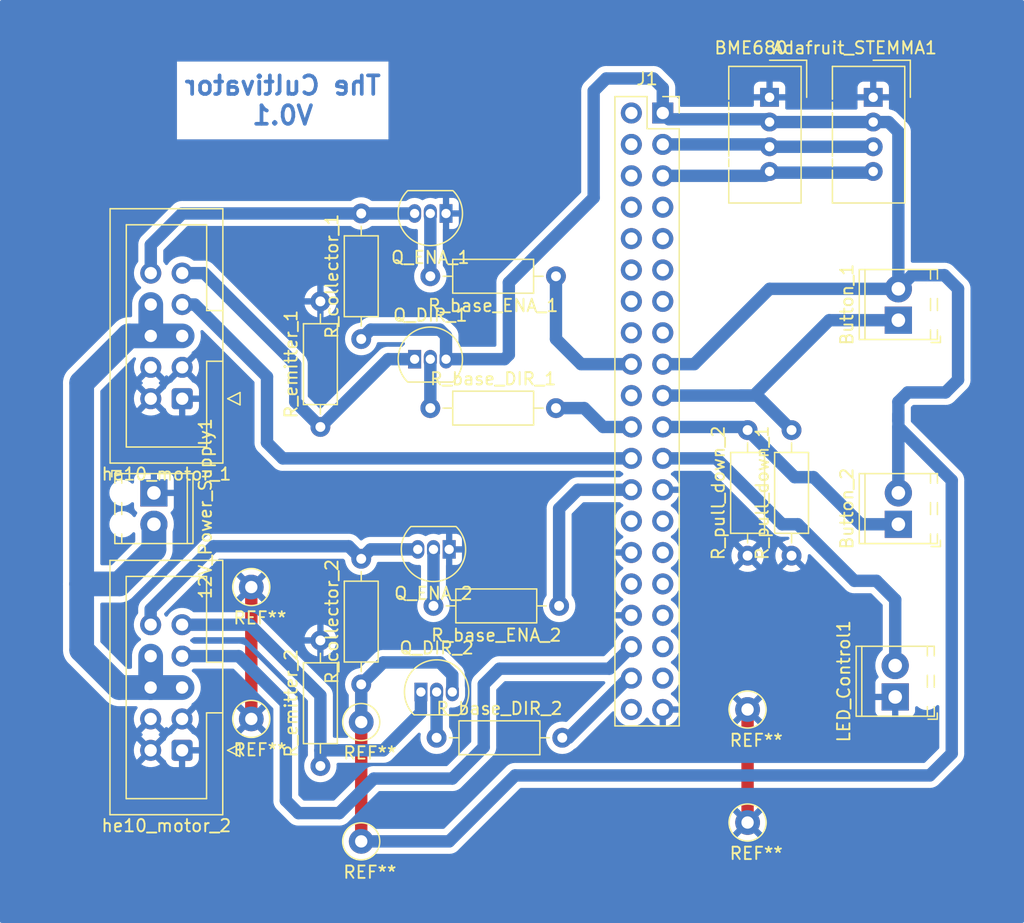
<source format=kicad_pcb>
(kicad_pcb (version 20211014) (generator pcbnew)
  (layers (0 "F.Cu" signal) (31 "B.Cu" signal) (34 "B.Paste" user) (35 "F.Paste" user) (36 "B.SilkS" user "B.Silkscreen") (37 "F.SilkS" user "F.Silkscreen") (38 "B.Mask" user) (39 "F.Mask" user) (44 "Edge.Cuts" user))
  (net 0 "")
  (net 1 "Net-(Button_1-Pad1)")
  (net 2 "Net-(Button_2-Pad1)")
  (net 7 "Net-(J1-Pad23)")
  (net 12 "GND")
  (net 13 "Net-(J1-Pad18)")
  (net 14 "Net-(J1-Pad22)")
  (net 23 "Net-(Q_DIR_1-Pad2)")
  (net 24 "Net-(Q_DIR_2-Pad2)")
  (net 25 "Net-(Q_ENA_2-Pad2)")
  (net 26 "Net-(J1-Pad26)")
  (net 27 "Net-(J1-Pad38)")
  (net 35 "Net-(Q_ENA_1-Pad2)")
  (net 36 "+12V")
  (net 37 "+3V3")
  (net 38 "Net-(Adafruit_STEMMA1-Pad3)")
  (net 39 "Net-(Adafruit_STEMMA1-Pad4)")
  (net 40 "/Pin_Pull_1")
  (net 41 "/Out_Dir_1")
  (net 42 "/Out_Ena_1")
  (net 43 "/Out_Ena_2")
  (net 44 "/Out_Dir_2")
  (net 45 "/Pin_Pull_2")
  (footprint "Connector_IDC:IDC-Header_2x05_P2.54mm_Vertical" (layer "F.Cu") (at 75.6825 120.142 180)
    (fp_text reference "he10_motor_2" (at 1.27 -6.1) (layer "F.SilkS"))
    (fp_text value "Conn_02x05_Counter_Clockwise")
    (fp_line (start -3.68 0) (end -4.68 -0.5) (layer "F.SilkS") (width 0.12))
    (fp_line (start -3.29 -5.21) (end 5.83 -5.21) (layer "F.SilkS") (width 0.12))
    (fp_line (start -4.68 0.5) (end -3.68 0) (layer "F.SilkS") (width 0.12))
    (fp_line (start -4.68 -0.5) (end -4.68 0.5) (layer "F.SilkS") (width 0.12))
    (fp_line (start -3.29 3.03) (end -1.98 3.03) (layer "F.SilkS") (width 0.12))
    (fp_line (start -1.98 7.13) (end -1.98 7.13) (layer "F.SilkS") (width 0.12))
    (fp_line (start -1.98 14.07) (end -1.98 7.13) (layer "F.SilkS") (width 0.12))
    (fp_line (start -1.98 3.03) (end -1.98 -3.91) (layer "F.SilkS") (width 0.12))
    (fp_line (start 4.52 -3.91) (end 4.52 14.07) (layer "F.SilkS") (width 0.12))
    (fp_line (start 5.83 -5.21) (end 5.83 15.37) (layer "F.SilkS") (width 0.12))
    (fp_line (start -1.98 7.13) (end -3.29 7.13) (layer "F.SilkS") (width 0.12))
    (fp_line (start -1.98 -3.91) (end 4.52 -3.91) (layer "F.SilkS") (width 0.12))
    (fp_line (start 5.83 15.37) (end -3.29 15.37) (layer "F.SilkS") (width 0.12))
    (fp_line (start -3.29 15.37) (end -3.29 -5.21) (layer "F.SilkS") (width 0.12))
    (fp_line (start 4.52 14.07) (end -1.98 14.07) (layer "F.SilkS") (width 0.12))
    (pad "1" thru_hole roundrect (at 0 0 180) (size 1.7 1.7) (drill 1) (layers *.Cu *.Mask) (roundrect_rratio 0.147059) (net 12 "GND"))
    (pad "2" thru_hole circle (at 2.54 0 180) (size 1.7 1.7) (drill 1) (layers *.Cu *.Mask) (net 12 "GND"))
    (pad "3" thru_hole circle (at 0 2.54 180) (size 1.7 1.7) (drill 1) (layers *.Cu *.Mask) (net 12 "GND"))
    (pad "4" thru_hole circle (at 2.54 2.54 180) (size 1.7 1.7) (drill 1) (layers *.Cu *.Mask) (net 12 "GND"))
    (pad "5" thru_hole circle (at 0 5.08 180) (size 1.7 1.7) (drill 1) (layers *.Cu *.Mask) (net 36 "+12V"))
    (pad "6" thru_hole circle (at 2.54 5.08 180) (size 1.7 1.7) (drill 1) (layers *.Cu *.Mask) (net 36 "+12V"))
    (pad "7" thru_hole circle (at 0 7.62 180) (size 1.7 1.7) (drill 1) (layers *.Cu *.Mask) (net 45 "/Pin_Pull_2"))
    (pad "8" thru_hole circle (at 2.54 7.62 180) (size 1.7 1.7) (drill 1) (layers *.Cu *.Mask) (net 36 "+12V"))
    (pad "9" thru_hole circle (at 0 10.16 180) (size 1.7 1.7) (drill 1) (layers *.Cu *.Mask) (net 44 "/Out_Dir_2"))
    (pad "10" thru_hole circle (at 2.54 10.16 180) (size 1.7 1.7) (drill 1) (layers *.Cu *.Mask) (net 43 "/Out_Ena_2"))
  )
  (footprint "Package_TO_SOT_THT:TO-92_Inline" (layer "F.Cu") (at 97.028 76.708 180)
    (fp_text reference "Q_ENA_1" (at 1.27 -3.56) (layer "F.SilkS"))
    (fp_text value "PN2222A")
    (fp_line (start -0.53 1.85) (end 3.07 1.85) (layer "F.SilkS") (width 0.12))
    (fp_arc (start -0.568478 1.838478) (mid -1.132087 -0.994977) (end 1.27 -2.6) (layer "F.SilkS") (width 0.12))
    (fp_arc (start 1.27 -2.6) (mid 3.672087 -0.994977) (end 3.108478 1.838478) (layer "F.SilkS") (width 0.12))
    (pad "1" thru_hole rect (at 0 0 180) (size 1.05 1.5) (drill 0.75) (layers *.Cu *.Mask) (net 12 "GND"))
    (pad "2" thru_hole oval (at 1.27 0 180) (size 1.05 1.5) (drill 0.75) (layers *.Cu *.Mask) (net 35 "Net-(Q_ENA_1-Pad2)"))
    (pad "3" thru_hole oval (at 2.54 0 180) (size 1.05 1.5) (drill 0.75) (layers *.Cu *.Mask) (net 42 "/Out_Ena_1"))
  )
  (footprint "Package_TO_SOT_THT:TO-92_Inline" (layer "F.Cu") (at 94.488 88.498)
    (fp_text reference "Q_DIR_1" (at 1.27 -3.56) (layer "F.SilkS"))
    (fp_text value "PN2222A")
    (fp_line (start -0.53 1.85) (end 3.07 1.85) (layer "F.SilkS") (width 0.12))
    (fp_arc (start 1.27 -2.6) (mid 3.672087 -0.994977) (end 3.108478 1.838478) (layer "F.SilkS") (width 0.12))
    (fp_arc (start -0.568478 1.838478) (mid -1.132087 -0.994977) (end 1.27 -2.6) (layer "F.SilkS") (width 0.12))
    (pad "1" thru_hole rect (at 0 0) (size 1.05 1.5) (drill 0.75) (layers *.Cu *.Mask) (net 41 "/Out_Dir_1"))
    (pad "2" thru_hole oval (at 1.27 0) (size 1.05 1.5) (drill 0.75) (layers *.Cu *.Mask) (net 23 "Net-(Q_DIR_1-Pad2)"))
    (pad "3" thru_hole oval (at 2.54 0) (size 1.05 1.5) (drill 0.75) (layers *.Cu *.Mask) (net 37 "+3V3"))
  )
  (footprint "Connector_IDC:IDC-Header_2x05_P2.54mm_Vertical" (layer "F.Cu") (at 75.692 91.694 180)
    (fp_text reference "he10_motor_1" (at 1.27 -6.1) (layer "F.SilkS"))
    (fp_text value "Conn_02x05_Counter_Clockwise")
    (fp_line (start -1.98 3.03) (end -1.98 -3.91) (layer "F.SilkS") (width 0.12))
    (fp_line (start 4.52 -3.91) (end 4.52 14.07) (layer "F.SilkS") (width 0.12))
    (fp_line (start 4.52 14.07) (end -1.98 14.07) (layer "F.SilkS") (width 0.12))
    (fp_line (start -1.98 7.13) (end -3.29 7.13) (layer "F.SilkS") (width 0.12))
    (fp_line (start -4.68 0.5) (end -3.68 0) (layer "F.SilkS") (width 0.12))
    (fp_line (start -1.98 -3.91) (end 4.52 -3.91) (layer "F.SilkS") (width 0.12))
    (fp_line (start -4.68 -0.5) (end -4.68 0.5) (layer "F.SilkS") (width 0.12))
    (fp_line (start -3.29 15.37) (end -3.29 -5.21) (layer "F.SilkS") (width 0.12))
    (fp_line (start -1.98 14.07) (end -1.98 7.13) (layer "F.SilkS") (width 0.12))
    (fp_line (start -3.68 0) (end -4.68 -0.5) (layer "F.SilkS") (width 0.12))
    (fp_line (start 5.83 15.37) (end -3.29 15.37) (layer "F.SilkS") (width 0.12))
    (fp_line (start 5.83 -5.21) (end 5.83 15.37) (layer "F.SilkS") (width 0.12))
    (fp_line (start -3.29 -5.21) (end 5.83 -5.21) (layer "F.SilkS") (width 0.12))
    (fp_line (start -1.98 7.13) (end -1.98 7.13) (layer "F.SilkS") (width 0.12))
    (fp_line (start -3.29 3.03) (end -1.98 3.03) (layer "F.SilkS") (width 0.12))
    (pad "1" thru_hole roundrect (at 0 0 180) (size 1.7 1.7) (drill 1) (layers *.Cu *.Mask) (roundrect_rratio 0.147059) (net 12 "GND"))
    (pad "2" thru_hole circle (at 2.54 0 180) (size 1.7 1.7) (drill 1) (layers *.Cu *.Mask) (net 12 "GND"))
    (pad "3" thru_hole circle (at 0 2.54 180) (size 1.7 1.7) (drill 1) (layers *.Cu *.Mask) (net 12 "GND"))
    (pad "4" thru_hole circle (at 2.54 2.54 180) (size 1.7 1.7) (drill 1) (layers *.Cu *.Mask) (net 12 "GND"))
    (pad "5" thru_hole circle (at 0 5.08 180) (size 1.7 1.7) (drill 1) (layers *.Cu *.Mask) (net 36 "+12V"))
    (pad "6" thru_hole circle (at 2.54 5.08 180) (size 1.7 1.7) (drill 1) (layers *.Cu *.Mask) (net 36 "+12V"))
    (pad "7" thru_hole circle (at 0 7.62 180) (size 1.7 1.7) (drill 1) (layers *.Cu *.Mask) (net 40 "/Pin_Pull_1"))
    (pad "8" thru_hole circle (at 2.54 7.62 180) (size 1.7 1.7) (drill 1) (layers *.Cu *.Mask) (net 36 "+12V"))
    (pad "9" thru_hole circle (at 0 10.16 180) (size 1.7 1.7) (drill 1) (layers *.Cu *.Mask) (net 41 "/Out_Dir_1"))
    (pad "10" thru_hole circle (at 2.54 10.16 180) (size 1.7 1.7) (drill 1) (layers *.Cu *.Mask) (net 42 "/Out_Ena_1"))
  )
  (footprint "Resistor_THT:R_Axial_DIN0207_L6.3mm_D2.5mm_P10.16mm_Horizontal" (layer "F.Cu") (at 95.758 92.456)
    (fp_text reference "R_base_DIR_1" (at 5.08 -2.37) (layer "F.SilkS"))
    (fp_text value "10k")
    (fp_line (start 8.35 1.37) (end 8.35 -1.37) (layer "F.SilkS") (width 0.12))
    (fp_line (start 1.81 1.37) (end 8.35 1.37) (layer "F.SilkS") (width 0.12))
    (fp_line (start 9.12 0) (end 8.35 0) (layer "F.SilkS") (width 0.12))
    (fp_line (start 8.35 -1.37) (end 1.81 -1.37) (layer "F.SilkS") (width 0.12))
    (fp_line (start 1.81 -1.37) (end 1.81 1.37) (layer "F.SilkS") (width 0.12))
    (fp_line (start 1.04 0) (end 1.81 0) (layer "F.SilkS") (width 0.12))
    (pad "1" thru_hole circle (at 0 0) (size 1.6 1.6) (drill 0.8) (layers *.Cu *.Mask) (net 23 "Net-(Q_DIR_1-Pad2)"))
    (pad "2" thru_hole oval (at 10.16 0) (size 1.6 1.6) (drill 0.8) (layers *.Cu *.Mask) (net 14 "Net-(J1-Pad22)"))
  )
  (footprint "Connector:NS-Tech_Grove_1x04_P2mm_Vertical" (layer "F.Cu") (at 123.19 67.31)
    (fp_text reference "BME680" (at -1.5 -4) (layer "F.SilkS"))
    (fp_text value "Conn_01x04")
    (fp_line (start -3.3 5.9) (end -3.3 8.55) (layer "F.SilkS") (width 0.12))
    (fp_line (start -3.3 1.25) (end -3.3 4.75) (layer "F.SilkS") (width 0.12))
    (fp_line (start -3.3 -2.5) (end 2.55 -2.5) (layer "F.SilkS") (width 0.12))
    (fp_line (start -3.3 8.55) (end 2.55 8.55) (layer "F.SilkS") (width 0.12))
    (fp_line (start 2.55 -2.5) (end 2.55 8.55) (layer "F.SilkS") (width 0.12))
    (fp_line (start -3.3 -2.5) (end -3.3 0.15) (layer "F.SilkS") (width 0.12))
    (fp_line (start -3.3 0.4) (end -3.3 1) (layer "F.SilkS") (width 0.12))
    (fp_line (start -3.3 5) (end -3.3 5.6) (layer "F.SilkS") (width 0.12))
    (fp_line (start 0 -3) (end 3 -3) (layer "F.SilkS") (width 0.12))
    (fp_line (start 3 -3) (end 3 0) (layer "F.SilkS") (width 0.12))
    (pad "1" thru_hole rect (at 0 0) (size 1.524 1.524) (drill 0.762) (layers *.Cu *.Mask) (net 12 "GND"))
    (pad "2" thru_hole circle (at 0 2) (size 1.524 1.524) (drill 0.762) (layers *.Cu *.Mask) (net 37 "+3V3"))
    (pad "3" thru_hole circle (at 0 4) (size 1.524 1.524) (drill 0.762) (layers *.Cu *.Mask) (net 38 "Net-(Adafruit_STEMMA1-Pad3)"))
    (pad "4" thru_hole circle (at 0 6) (size 1.524 1.524) (drill 0.762) (layers *.Cu *.Mask) (net 39 "Net-(Adafruit_STEMMA1-Pad4)"))
  )
  (footprint "Package_TO_SOT_THT:TO-92_Inline" (layer "F.Cu") (at 94.996 115.422)
    (fp_text reference "Q_DIR_2" (at 1.27 -3.56) (layer "F.SilkS"))
    (fp_text value "PN2222A")
    (fp_line (start -0.53 1.85) (end 3.07 1.85) (layer "F.SilkS") (width 0.12))
    (fp_arc (start 1.27 -2.6) (mid 3.672087 -0.994977) (end 3.108478 1.838478) (layer "F.SilkS") (width 0.12))
    (fp_arc (start -0.568478 1.838478) (mid -1.132087 -0.994977) (end 1.27 -2.6) (layer "F.SilkS") (width 0.12))
    (pad "1" thru_hole rect (at 0 0) (size 1.05 1.5) (drill 0.75) (layers *.Cu *.Mask) (net 44 "/Out_Dir_2"))
    (pad "2" thru_hole oval (at 1.27 0) (size 1.05 1.5) (drill 0.75) (layers *.Cu *.Mask) (net 24 "Net-(Q_DIR_2-Pad2)"))
    (pad "3" thru_hole oval (at 2.54 0) (size 1.05 1.5) (drill 0.75) (layers *.Cu *.Mask) (net 37 "+3V3"))
  )
  (footprint "TestPoint:TestPoint_Loop_D2.50mm_Drill1.0mm" (layer "F.Cu") (at 81.28 106.934)
    (fp_text reference "REF**" (at 0.7 2.5) (layer "F.SilkS"))
    (fp_text value "TestPoint_Loop_D2.50mm_Drill1.0mm")
    (fp_circle (center 0 0) (end 1.5 0) (layer "F.SilkS") (width 0.12) (fill none))
    (pad "1" thru_hole circle (at 0 0) (size 2 2) (drill 1) (layers *.Cu *.Mask) (net 12 "GND"))
  )
  (footprint "Resistor_THT:R_Axial_DIN0207_L6.3mm_D2.5mm_P10.16mm_Horizontal" (layer "F.Cu") (at 124.968 104.394 90)
    (fp_text reference "R_pull_down_1" (at 5.08 -2.37 90) (layer "F.SilkS"))
    (fp_text value "2k")
    (fp_line (start 1.81 1.37) (end 8.35 1.37) (layer "F.SilkS") (width 0.12))
    (fp_line (start 8.35 1.37) (end 8.35 -1.37) (layer "F.SilkS") (width 0.12))
    (fp_line (start 8.35 -1.37) (end 1.81 -1.37) (layer "F.SilkS") (width 0.12))
    (fp_line (start 1.04 0) (end 1.81 0) (layer "F.SilkS") (width 0.12))
    (fp_line (start 9.12 0) (end 8.35 0) (layer "F.SilkS") (width 0.12))
    (fp_line (start 1.81 -1.37) (end 1.81 1.37) (layer "F.SilkS") (width 0.12))
    (pad "1" thru_hole circle (at 0 0 90) (size 1.6 1.6) (drill 0.8) (layers *.Cu *.Mask) (net 12 "GND"))
    (pad "2" thru_hole oval (at 10.16 0 90) (size 1.6 1.6) (drill 0.8) (layers *.Cu *.Mask) (net 1 "Net-(Button_1-Pad1)"))
  )
  (footprint "TestPoint:TestPoint_Loop_D2.50mm_Drill1.0mm" (layer "F.Cu") (at 81.28 117.602)
    (fp_text reference "REF**" (at 0.7 2.5) (layer "F.SilkS"))
    (fp_text value "TestPoint_Loop_D2.50mm_Drill1.0mm")
    (fp_circle (center 0 0) (end 1.5 0) (layer "F.SilkS") (width 0.12) (fill none))
    (pad "1" thru_hole circle (at 0 0) (size 2 2) (drill 1) (layers *.Cu *.Mask) (net 12 "GND"))
  )
  (footprint "Package_TO_SOT_THT:TO-92_Inline" (layer "F.Cu") (at 97.282 103.886 180)
    (fp_text reference "Q_ENA_2" (at 1.27 -3.56) (layer "F.SilkS"))
    (fp_text value "PN2222A")
    (fp_line (start -0.53 1.85) (end 3.07 1.85) (layer "F.SilkS") (width 0.12))
    (fp_arc (start -0.568478 1.838478) (mid -1.132087 -0.994977) (end 1.27 -2.6) (layer "F.SilkS") (width 0.12))
    (fp_arc (start 1.27 -2.6) (mid 3.672087 -0.994977) (end 3.108478 1.838478) (layer "F.SilkS") (width 0.12))
    (pad "1" thru_hole rect (at 0 0 180) (size 1.05 1.5) (drill 0.75) (layers *.Cu *.Mask) (net 12 "GND"))
    (pad "2" thru_hole oval (at 1.27 0 180) (size 1.05 1.5) (drill 0.75) (layers *.Cu *.Mask) (net 25 "Net-(Q_ENA_2-Pad2)"))
    (pad "3" thru_hole oval (at 2.54 0 180) (size 1.05 1.5) (drill 0.75) (layers *.Cu *.Mask) (net 43 "/Out_Ena_2"))
  )
  (footprint "TestPoint:TestPoint_Loop_D2.50mm_Drill1.0mm" (layer "F.Cu") (at 121.412 116.84)
    (fp_text reference "REF**" (at 0.7 2.5) (layer "F.SilkS"))
    (fp_text value "TestPoint_Loop_D2.50mm_Drill1.0mm")
    (fp_circle (center 0 0) (end 1.5 0) (layer "F.SilkS") (width 0.12) (fill none))
    (pad "1" thru_hole circle (at 0 0) (size 2 2) (drill 1) (layers *.Cu *.Mask) (net 12 "GND"))
  )
  (footprint "TestPoint:TestPoint_Loop_D2.50mm_Drill1.0mm" (layer "F.Cu") (at 90.17 117.856)
    (fp_text reference "REF**" (at 0.7 2.5) (layer "F.SilkS"))
    (fp_text value "TestPoint_Loop_D2.50mm_Drill1.0mm")
    (fp_circle (center 0 0) (end 1.5 0) (layer "F.SilkS") (width 0.12) (fill none))
    (pad "1" thru_hole circle (at 0 0) (size 2 2) (drill 1) (layers *.Cu *.Mask) (net 37 "+3V3"))
  )
  (footprint "TerminalBlock_Phoenix:TerminalBlock_Phoenix_MPT-0,5-2-2.54_1x02_P2.54mm_Horizontal" (layer "F.Cu") (at 73.406 99.314 -90)
    (fp_text reference "12V_Power_Supply1" (at 1.27 -4.16 90) (layer "F.SilkS"))
    (fp_text value "Screw_Terminal_01x02")
    (fp_line (start -1.56 -3.16) (end -1.56 3.16) (layer "F.SilkS") (width 0.12))
    (fp_line (start -1.8 3.4) (end -1.3 3.4) (layer "F.SilkS") (width 0.12))
    (fp_line (start 3.33 2.6) (end 4.1 2.6) (layer "F.SilkS") (width 0.12))
    (fp_line (start -1.56 -2.7) (end 4.1 -2.7) (layer "F.SilkS") (width 0.12))
    (fp_line (start -1.56 2.6) (end -0.79 2.6) (layer "F.SilkS") (width 0.12))
    (fp_line (start 0.79 3.16) (end 1.75 3.16) (layer "F.SilkS") (width 0.12))
    (fp_line (start 4.1 -3.16) (end 4.1 3.16) (layer "F.SilkS") (width 0.12))
    (fp_line (start -1.8 2.66) (end -1.8 3.4) (layer "F.SilkS") (width 0.12))
    (fp_line (start -1.56 3.16) (end -0.79 3.16) (layer "F.SilkS") (width 0.12))
    (fp_line (start 0.79 2.6) (end 1.75 2.6) (layer "F.SilkS") (width 0.12))
    (fp_line (start 3.33 3.16) (end 4.1 3.16) (layer "F.SilkS") (width 0.12))
    (fp_line (start -1.56 -3.16) (end 4.1 -3.16) (layer "F.SilkS") (width 0.12))
    (pad "" np_thru_hole circle (at 0 2.54 270) (size 1.1 1.1) (drill 1.1) (layers *.Cu *.Mask))
    (pad "" np_thru_hole circle (at 2.54 2.54 270) (size 1.1 1.1) (drill 1.1) (layers *.Cu *.Mask))
    (pad "1" thru_hole rect (at 0 0 270) (size 2.2 2.2) (drill 1.1) (layers *.Cu *.Mask) (net 12 "GND"))
    (pad "2" thru_hole circle (at 2.54 0 270) (size 2.2 2.2) (drill 1.1) (layers *.Cu *.Mask) (net 36 "+12V"))
  )
  (footprint "TerminalBlock_Phoenix:TerminalBlock_Phoenix_MPT-0,5-2-2.54_1x02_P2.54mm_Horizontal" (layer "F.Cu") (at 133.604 101.854 90)
    (fp_text reference "Button_2" (at 1.27 -4.16 90) (layer "F.SilkS"))
    (fp_text value "Screw_Terminal_01x02")
    (fp_line (start -1.56 -3.16) (end -1.56 3.16) (layer "F.SilkS") (width 0.12))
    (fp_line (start -1.56 3.16) (end -0.79 3.16) (layer "F.SilkS") (width 0.12))
    (fp_line (start -1.56 -3.16) (end 4.1 -3.16) (layer "F.SilkS") (width 0.12))
    (fp_line (start 0.79 3.16) (end 1.75 3.16) (layer "F.SilkS") (width 0.12))
    (fp_line (start -1.56 -2.7) (end 4.1 -2.7) (layer "F.SilkS") (width 0.12))
    (fp_line (start 3.33 3.16) (end 4.1 3.16) (layer "F.SilkS") (width 0.12))
    (fp_line (start 0.79 2.6) (end 1.75 2.6) (layer "F.SilkS") (width 0.12))
    (fp_line (start -1.8 3.4) (end -1.3 3.4) (layer "F.SilkS") (width 0.12))
    (fp_line (start -1.56 2.6) (end -0.79 2.6) (layer "F.SilkS") (width 0.12))
    (fp_line (start 3.33 2.6) (end 4.1 2.6) (layer "F.SilkS") (width 0.12))
    (fp_line (start -1.8 2.66) (end -1.8 3.4) (layer "F.SilkS") (width 0.12))
    (fp_line (start 4.1 -3.16) (end 4.1 3.16) (layer "F.SilkS") (width 0.12))
    (pad "" np_thru_hole circle (at 2.54 2.54 90) (size 1.1 1.1) (drill 1.1) (layers *.Cu *.Mask))
    (pad "" np_thru_hole circle (at 0 2.54 90) (size 1.1 1.1) (drill 1.1) (layers *.Cu *.Mask))
    (pad "1" thru_hole rect (at 0 0 90) (size 2.2 2.2) (drill 1.1) (layers *.Cu *.Mask) (net 2 "Net-(Button_2-Pad1)"))
    (pad "2" thru_hole circle (at 2.54 0 90) (size 2.2 2.2) (drill 1.1) (layers *.Cu *.Mask) (net 37 "+3V3"))
  )
  (footprint "Resistor_THT:R_Axial_DIN0207_L6.3mm_D2.5mm_P10.16mm_Horizontal" (layer "F.Cu") (at 96.266 119.126)
    (fp_text reference "R_base_DIR_2" (at 5.08 -2.37) (layer "F.SilkS"))
    (fp_text value "10k")
    (fp_line (start 8.35 1.37) (end 8.35 -1.37) (layer "F.SilkS") (width 0.12))
    (fp_line (start 1.81 -1.37) (end 1.81 1.37) (layer "F.SilkS") (width 0.12))
    (fp_line (start 9.12 0) (end 8.35 0) (layer "F.SilkS") (width 0.12))
    (fp_line (start 8.35 -1.37) (end 1.81 -1.37) (layer "F.SilkS") (width 0.12))
    (fp_line (start 1.81 1.37) (end 8.35 1.37) (layer "F.SilkS") (width 0.12))
    (fp_line (start 1.04 0) (end 1.81 0) (layer "F.SilkS") (width 0.12))
    (pad "1" thru_hole circle (at 0 0) (size 1.6 1.6) (drill 0.8) (layers *.Cu *.Mask) (net 24 "Net-(Q_DIR_2-Pad2)"))
    (pad "2" thru_hole oval (at 10.16 0) (size 1.6 1.6) (drill 0.8) (layers *.Cu *.Mask) (net 27 "Net-(J1-Pad38)"))
  )
  (footprint "TestPoint:TestPoint_Loop_D2.50mm_Drill1.0mm" (layer "F.Cu") (at 121.412 125.984)
    (fp_text reference "REF**" (at 0.7 2.5) (layer "F.SilkS"))
    (fp_text value "TestPoint_Loop_D2.50mm_Drill1.0mm")
    (fp_circle (center 0 0) (end 1.5 0) (layer "F.SilkS") (width 0.12) (fill none))
    (pad "1" thru_hole circle (at 0 0) (size 2 2) (drill 1) (layers *.Cu *.Mask) (net 12 "GND"))
  )
  (footprint "TerminalBlock_Phoenix:TerminalBlock_Phoenix_MPT-0,5-2-2.54_1x02_P2.54mm_Horizontal" (layer "F.Cu") (at 133.604 85.344 90)
    (fp_text reference "Button_1" (at 1.27 -4.16 90) (layer "F.SilkS"))
    (fp_text value "Screw_Terminal_01x02")
    (fp_line (start -1.56 2.6) (end -0.79 2.6) (layer "F.SilkS") (width 0.12))
    (fp_line (start 4.1 -3.16) (end 4.1 3.16) (layer "F.SilkS") (width 0.12))
    (fp_line (start 3.33 2.6) (end 4.1 2.6) (layer "F.SilkS") (width 0.12))
    (fp_line (start -1.8 3.4) (end -1.3 3.4) (layer "F.SilkS") (width 0.12))
    (fp_line (start -1.8 2.66) (end -1.8 3.4) (layer "F.SilkS") (width 0.12))
    (fp_line (start 0.79 2.6) (end 1.75 2.6) (layer "F.SilkS") (width 0.12))
    (fp_line (start -1.56 -3.16) (end -1.56 3.16) (layer "F.SilkS") (width 0.12))
    (fp_line (start 3.33 3.16) (end 4.1 3.16) (layer "F.SilkS") (width 0.12))
    (fp_line (start -1.56 -2.7) (end 4.1 -2.7) (layer "F.SilkS") (width 0.12))
    (fp_line (start -1.56 3.16) (end -0.79 3.16) (layer "F.SilkS") (width 0.12))
    (fp_line (start -1.56 -3.16) (end 4.1 -3.16) (layer "F.SilkS") (width 0.12))
    (fp_line (start 0.79 3.16) (end 1.75 3.16) (layer "F.SilkS") (width 0.12))
    (pad "" np_thru_hole circle (at 2.54 2.54 90) (size 1.1 1.1) (drill 1.1) (layers *.Cu *.Mask))
    (pad "" np_thru_hole circle (at 0 2.54 90) (size 1.1 1.1) (drill 1.1) (layers *.Cu *.Mask))
    (pad "1" thru_hole rect (at 0 0 90) (size 2.2 2.2) (drill 1.1) (layers *.Cu *.Mask) (net 1 "Net-(Button_1-Pad1)"))
    (pad "2" thru_hole circle (at 2.54 0 90) (size 2.2 2.2) (drill 1.1) (layers *.Cu *.Mask) (net 37 "+3V3"))
  )
  (footprint "TestPoint:TestPoint_Loop_D2.50mm_Drill1.0mm" (layer "F.Cu") (at 90.17 127.508)
    (fp_text reference "REF**" (at 0.7 2.5) (layer "F.SilkS"))
    (fp_text value "TestPoint_Loop_D2.50mm_Drill1.0mm")
    (fp_circle (center 0 0) (end 1.5 0) (layer "F.SilkS") (width 0.12) (fill none))
    (pad "1" thru_hole circle (at 0 0) (size 2 2) (drill 1) (layers *.Cu *.Mask) (net 37 "+3V3"))
  )
  (footprint "TerminalBlock_Phoenix:TerminalBlock_Phoenix_MPT-0,5-2-2.54_1x02_P2.54mm_Horizontal" (layer "F.Cu") (at 133.35 115.824 90)
    (fp_text reference "LED_Control1" (at 1.27 -4.16 90) (layer "F.SilkS"))
    (fp_text value "Screw_Terminal_01x02")
    (fp_line (start -1.8 3.4) (end -1.3 3.4) (layer "F.SilkS") (width 0.12))
    (fp_line (start -1.56 -3.16) (end 4.1 -3.16) (layer "F.SilkS") (width 0.12))
    (fp_line (start -1.56 -2.7) (end 4.1 -2.7) (layer "F.SilkS") (width 0.12))
    (fp_line (start -1.56 2.6) (end -0.79 2.6) (layer "F.SilkS") (width 0.12))
    (fp_line (start 0.79 3.16) (end 1.75 3.16) (layer "F.SilkS") (width 0.12))
    (fp_line (start 3.33 3.16) (end 4.1 3.16) (layer "F.SilkS") (width 0.12))
    (fp_line (start -1.56 -3.16) (end -1.56 3.16) (layer "F.SilkS") (width 0.12))
    (fp_line (start 0.79 2.6) (end 1.75 2.6) (layer "F.SilkS") (width 0.12))
    (fp_line (start -1.8 2.66) (end -1.8 3.4) (layer "F.SilkS") (width 0.12))
    (fp_line (start 3.33 2.6) (end 4.1 2.6) (layer "F.SilkS") (width 0.12))
    (fp_line (start -1.56 3.16) (end -0.79 3.16) (layer "F.SilkS") (width 0.12))
    (fp_line (start 4.1 -3.16) (end 4.1 3.16) (layer "F.SilkS") (width 0.12))
    (pad "" np_thru_hole circle (at 2.54 2.54 90) (size 1.1 1.1) (drill 1.1) (layers *.Cu *.Mask))
    (pad "" np_thru_hole circle (at 0 2.54 90) (size 1.1 1.1) (drill 1.1) (layers *.Cu *.Mask))
    (pad "1" thru_hole rect (at 0 0 90) (size 2.2 2.2) (drill 1.1) (layers *.Cu *.Mask) (net 12 "GND"))
    (pad "2" thru_hole circle (at 2.54 0 90) (size 2.2 2.2) (drill 1.1) (layers *.Cu *.Mask) (net 7 "Net-(J1-Pad23)"))
  )
  (footprint "Resistor_THT:R_Axial_DIN0207_L6.3mm_D2.5mm_P10.16mm_Horizontal" (layer "F.Cu") (at 121.412 104.394 90)
    (fp_text reference "R_pull_down_2" (at 5.08 -2.37 90) (layer "F.SilkS"))
    (fp_text value "2k")
    (fp_line (start 9.12 0) (end 8.35 0) (layer "F.SilkS") (width 0.12))
    (fp_line (start 1.04 0) (end 1.81 0) (layer "F.SilkS") (width 0.12))
    (fp_line (start 8.35 1.37) (end 8.35 -1.37) (layer "F.SilkS") (width 0.12))
    (fp_line (start 8.35 -1.37) (end 1.81 -1.37) (layer "F.SilkS") (width 0.12))
    (fp_line (start 1.81 -1.37) (end 1.81 1.37) (layer "F.SilkS") (width 0.12))
    (fp_line (start 1.81 1.37) (end 8.35 1.37) (layer "F.SilkS") (width 0.12))
    (pad "1" thru_hole circle (at 0 0 90) (size 1.6 1.6) (drill 0.8) (layers *.Cu *.Mask) (net 12 "GND"))
    (pad "2" thru_hole oval (at 10.16 0 90) (size 1.6 1.6) (drill 0.8) (layers *.Cu *.Mask) (net 2 "Net-(Button_2-Pad1)"))
  )
  (footprint "Resistor_THT:R_Axial_DIN0207_L6.3mm_D2.5mm_P10.16mm_Horizontal" (layer "F.Cu") (at 106.172 108.458 180)
    (fp_text reference "R_base_ENA_2" (at 5.08 -2.37) (layer "F.SilkS"))
    (fp_text value "10k")
    (fp_line (start 1.81 1.37) (end 8.35 1.37) (layer "F.SilkS") (width 0.12))
    (fp_line (start 9.12 0) (end 8.35 0) (layer "F.SilkS") (width 0.12))
    (fp_line (start 8.35 -1.37) (end 1.81 -1.37) (layer "F.SilkS") (width 0.12))
    (fp_line (start 8.35 1.37) (end 8.35 -1.37) (layer "F.SilkS") (width 0.12))
    (fp_line (start 1.81 -1.37) (end 1.81 1.37) (layer "F.SilkS") (width 0.12))
    (fp_line (start 1.04 0) (end 1.81 0) (layer "F.SilkS") (width 0.12))
    (pad "1" thru_hole circle (at 0 0 180) (size 1.6 1.6) (drill 0.8) (layers *.Cu *.Mask) (net 26 "Net-(J1-Pad26)"))
    (pad "2" thru_hole oval (at 10.16 0 180) (size 1.6 1.6) (drill 0.8) (layers *.Cu *.Mask) (net 25 "Net-(Q_ENA_2-Pad2)"))
  )
  (footprint "Resistor_THT:R_Axial_DIN0207_L6.3mm_D2.5mm_P10.16mm_Horizontal" (layer "F.Cu") (at 105.918 81.788 180)
    (fp_text reference "R_base_ENA_1" (at 5.08 -2.37) (layer "F.SilkS"))
    (fp_text value "10k")
    (fp_line (start 1.81 -1.37) (end 1.81 1.37) (layer "F.SilkS") (width 0.12))
    (fp_line (start 9.12 0) (end 8.35 0) (layer "F.SilkS") (width 0.12))
    (fp_line (start 8.35 -1.37) (end 1.81 -1.37) (layer "F.SilkS") (width 0.12))
    (fp_line (start 8.35 1.37) (end 8.35 -1.37) (layer "F.SilkS") (width 0.12))
    (fp_line (start 1.04 0) (end 1.81 0) (layer "F.SilkS") (width 0.12))
    (fp_line (start 1.81 1.37) (end 8.35 1.37) (layer "F.SilkS") (width 0.12))
    (pad "1" thru_hole circle (at 0 0 180) (size 1.6 1.6) (drill 0.8) (layers *.Cu *.Mask) (net 13 "Net-(J1-Pad18)"))
    (pad "2" thru_hole oval (at 10.16 0 180) (size 1.6 1.6) (drill 0.8) (layers *.Cu *.Mask) (net 35 "Net-(Q_ENA_1-Pad2)"))
  )
  (footprint "Resistor_THT:R_Axial_DIN0207_L6.3mm_D2.5mm_P10.16mm_Horizontal" (layer "F.Cu") (at 86.868 121.412 90)
    (fp_text reference "R_emitter_2" (at 5.08 -2.37 90) (layer "F.SilkS"))
    (fp_text value "2k")
    (fp_line (start 8.35 1.37) (end 8.35 -1.37) (layer "F.SilkS") (width 0.12))
    (fp_line (start 9.12 0) (end 8.35 0) (layer "F.SilkS") (width 0.12))
    (fp_line (start 1.04 0) (end 1.81 0) (layer "F.SilkS") (width 0.12))
    (fp_line (start 1.81 -1.37) (end 1.81 1.37) (layer "F.SilkS") (width 0.12))
    (fp_line (start 8.35 -1.37) (end 1.81 -1.37) (layer "F.SilkS") (width 0.12))
    (fp_line (start 1.81 1.37) (end 8.35 1.37) (layer "F.SilkS") (width 0.12))
    (pad "1" thru_hole circle (at 0 0 90) (size 1.6 1.6) (drill 0.8) (layers *.Cu *.Mask) (net 44 "/Out_Dir_2"))
    (pad "2" thru_hole oval (at 10.16 0 90) (size 1.6 1.6) (drill 0.8) (layers *.Cu *.Mask) (net 12 "GND"))
  )
  (footprint "Connector:NS-Tech_Grove_1x04_P2mm_Vertical" (layer "F.Cu") (at 131.572 67.31)
    (fp_text reference "Adafruit_STEMMA1" (at -1.5 -4) (layer "F.SilkS"))
    (fp_text value "Conn_01x04")
    (fp_line (start 0 -3) (end 3 -3) (layer "F.SilkS") (width 0.12))
    (fp_line (start -3.3 0.4) (end -3.3 1) (layer "F.SilkS") (width 0.12))
    (fp_line (start -3.3 -2.5) (end 2.55 -2.5) (layer "F.SilkS") (width 0.12))
    (fp_line (start -3.3 8.55) (end 2.55 8.55) (layer "F.SilkS") (width 0.12))
    (fp_line (start -3.3 5.9) (end -3.3 8.55) (layer "F.SilkS") (width 0.12))
    (fp_line (start 3 -3) (end 3 0) (layer "F.SilkS") (width 0.12))
    (fp_line (start 2.55 -2.5) (end 2.55 8.55) (layer "F.SilkS") (width 0.12))
    (fp_line (start -3.3 5) (end -3.3 5.6) (layer "F.SilkS") (width 0.12))
    (fp_line (start -3.3 -2.5) (end -3.3 0.15) (layer "F.SilkS") (width 0.12))
    (fp_line (start -3.3 1.25) (end -3.3 4.75) (layer "F.SilkS") (width 0.12))
    (pad "1" thru_hole rect (at 0 0) (size 1.524 1.524) (drill 0.762) (layers *.Cu *.Mask) (net 12 "GND"))
    (pad "2" thru_hole circle (at 0 2) (size 1.524 1.524) (drill 0.762) (layers *.Cu *.Mask) (net 37 "+3V3"))
    (pad "3" thru_hole circle (at 0 4) (size 1.524 1.524) (drill 0.762) (layers *.Cu *.Mask) (net 38 "Net-(Adafruit_STEMMA1-Pad3)"))
    (pad "4" thru_hole circle (at 0 6) (size 1.524 1.524) (drill 0.762) (layers *.Cu *.Mask) (net 39 "Net-(Adafruit_STEMMA1-Pad4)"))
  )
  (footprint "Resistor_THT:R_Axial_DIN0207_L6.3mm_D2.5mm_P10.16mm_Horizontal" (layer "F.Cu") (at 90.17 86.868 90)
    (fp_text reference "R_collector_1" (at 5.08 -2.37 90) (layer "F.SilkS"))
    (fp_text value "1k")
    (fp_line (start 8.35 1.37) (end 8.35 -1.37) (layer "F.SilkS") (width 0.12))
    (fp_line (start 1.04 0) (end 1.81 0) (layer "F.SilkS") (width 0.12))
    (fp_line (start 1.81 1.37) (end 8.35 1.37) (layer "F.SilkS") (width 0.12))
    (fp_line (start 9.12 0) (end 8.35 0) (layer "F.SilkS") (width 0.12))
    (fp_line (start 1.81 -1.37) (end 1.81 1.37) (layer "F.SilkS") (width 0.12))
    (fp_line (start 8.35 -1.37) (end 1.81 -1.37) (layer "F.SilkS") (width 0.12))
    (pad "1" thru_hole circle (at 0 0 90) (size 1.6 1.6) (drill 0.8) (layers *.Cu *.Mask) (net 37 "+3V3"))
    (pad "2" thru_hole oval (at 10.16 0 90) (size 1.6 1.6) (drill 0.8) (layers *.Cu *.Mask) (net 42 "/Out_Ena_1"))
  )
  (footprint "Connector_PinSocket_2.54mm:PinSocket_2x20_P2.54mm_Vertical" (layer "F.Cu") (at 114.554 68.58)
    (fp_text reference "J1" (at -1.27 -2.77) (layer "F.SilkS"))
    (fp_text value "Raspberry_Pi_2_3")
    (fp_line (start -3.87 49.59) (end 1.33 49.59) (layer "F.SilkS") (width 0.12))
    (fp_line (start -1.27 -1.33) (end -1.27 1.27) (layer "F.SilkS") (width 0.12))
    (fp_line (start 0 -1.33) (end 1.33 -1.33) (layer "F.SilkS") (width 0.12))
    (fp_line (start 1.33 -1.33) (end 1.33 0) (layer "F.SilkS") (width 0.12))
    (fp_line (start -3.87 -1.33) (end -1.27 -1.33) (layer "F.SilkS") (width 0.12))
    (fp_line (start 1.33 1.27) (end 1.33 49.59) (layer "F.SilkS") (width 0.12))
    (fp_line (start -1.27 1.27) (end 1.33 1.27) (layer "F.SilkS") (width 0.12))
    (fp_line (start -3.87 -1.33) (end -3.87 49.59) (layer "F.SilkS") (width 0.12))
    (pad "1" thru_hole rect (at 0 0) (size 1.7 1.7) (drill 1) (layers *.Cu *.Mask) (net 37 "+3V3"))
    (pad "2" thru_hole oval (at -2.54 0) (size 1.7 1.7) (drill 1) (layers *.Cu *.Mask))
    (pad "3" thru_hole oval (at 0 2.54) (size 1.7 1.7) (drill 1) (layers *.Cu *.Mask) (net 38 "Net-(Adafruit_STEMMA1-Pad3)"))
    (pad "4" thru_hole oval (at -2.54 2.54) (size 1.7 1.7) (drill 1) (layers *.Cu *.Mask))
    (pad "5" thru_hole oval (at 0 5.08) (size 1.7 1.7) (drill 1) (layers *.Cu *.Mask) (net 39 "Net-(Adafruit_STEMMA1-Pad4)"))
    (pad "6" thru_hole oval (at -2.54 5.08) (size 1.7 1.7) (drill 1) (layers *.Cu *.Mask))
    (pad "7" thru_hole oval (at 0 7.62) (size 1.7 1.7) (drill 1) (layers *.Cu *.Mask))
    (pad "8" thru_hole oval (at -2.54 7.62) (size 1.7 1.7) (drill 1) (layers *.Cu *.Mask))
    (pad "9" thru_hole oval (at 0 10.16) (size 1.7 1.7) (drill 1) (layers *.Cu *.Mask))
    (pad "10" thru_hole oval (at -2.54 10.16) (size 1.7 1.7) (drill 1) (layers *.Cu *.Mask))
    (pad "11" thru_hole oval (at 0 12.7) (size 1.7 1.7) (drill 1) (layers *.Cu *.Mask))
    (pad "12" thru_hole oval (at -2.54 12.7) (size 1.7 1.7) (drill 1) (layers *.Cu *.Mask))
    (pad "13" thru_hole oval (at 0 15.24) (size 1.7 1.7) (drill 1) (layers *.Cu *.Mask))
    (pad "14" thru_hole oval (at -2.54 15.24) (size 1.7 1.7) (drill 1) (layers *.Cu *.Mask))
    (pad "15" thru_hole oval (at 0 17.78) (size 1.7 1.7) (drill 1) (layers *.Cu *.Mask))
    (pad "16" thru_hole oval (at -2.54 17.78) (size 1.7 1.7) (drill 1) (layers *.Cu *.Mask))
    (pad "17" thru_hole oval (at 0 20.32) (size 1.7 1.7) (drill 1) (layers *.Cu *.Mask) (net 37 "+3V3"))
    (pad "18" thru_hole oval (at -2.54 20.32) (size 1.7 1.7) (drill 1) (layers *.Cu *.Mask) (net 13 "Net-(J1-Pad18)"))
    (pad "19" thru_hole oval (at 0 22.86) (size 1.7 1.7) (drill 1) (layers *.Cu *.Mask) (net 1 "Net-(Button_1-Pad1)"))
    (pad "20" thru_hole oval (at -2.54 22.86) (size 1.7 1.7) (drill 1) (layers *.Cu *.Mask))
    (pad "21" thru_hole oval (at 0 25.4) (size 1.7 1.7) (drill 1) (layers *.Cu *.Mask) (net 2 "Net-(Button_2-Pad1)"))
    (pad "22" thru_hole oval (at -2.54 25.4) (size 1.7 1.7) (drill 1) (layers *.Cu *.Mask) (net 14 "Net-(J1-Pad22)"))
    (pad "23" thru_hole oval (at 0 27.94) (size 1.7 1.7) (drill 1) (layers *.Cu *.Mask) (net 7 "Net-(J1-Pad23)"))
    (pad "24" thru_hole oval (at -2.54 27.94) (size 1.7 1.7) (drill 1) (layers *.Cu *.Mask) (net 40 "/Pin_Pull_1"))
    (pad "25" thru_hole oval (at 0 30.48) (size 1.7 1.7) (drill 1) (layers *.Cu *.Mask) (net 12 "GND"))
    (pad "26" thru_hole oval (at -2.54 30.48) (size 1.7 1.7) (drill 1) (layers *.Cu *.Mask) (net 26 "Net-(J1-Pad26)"))
    (pad "27" thru_hole oval (at 0 33.02) (size 1.7 1.7) (drill 1) (layers *.Cu *.Mask))
    (pad "28" thru_hole oval (at -2.54 33.02) (size 1.7 1.7) (drill 1) (layers *.Cu *.Mask))
    (pad "29" thru_hole oval (at 0 35.56) (size 1.7 1.7) (drill 1) (layers *.Cu *.Mask))
    (pad "30" thru_hole oval (at -2.54 35.56) (size 1.7 1.7) (drill 1) (layers *.Cu *.Mask) (net 12 "GND"))
    (pad "31" thru_hole oval (at 0 38.1) (size 1.7 1.7) (drill 1) (layers *.Cu *.Mask))
    (pad "32" thru_hole oval (at -2.54 38.1) (size 1.7 1.7) (drill 1) (layers *.Cu *.Mask))
    (pad "33" thru_hole oval (at 0 40.64) (size 1.7 1.7) (drill 1) (layers *.Cu *.Mask))
    (pad "34" thru_hole oval (at -2.54 40.64) (size 1.7 1.7) (drill 1) (layers *.Cu *.Mask) (net 12 "GND"))
    (pad "35" thru_hole oval (at 0 43.18) (size 1.7 1.7) (drill 1) (layers *.Cu *.Mask))
    (pad "36" thru_hole oval (at -2.54 43.18) (size 1.7 1.7) (drill 1) (layers *.Cu *.Mask) (net 45 "/Pin_Pull_2"))
    (pad "37" thru_hole oval (at 0 45.72) (size 1.7 1.7) (drill 1) (layers *.Cu *.Mask))
    (pad "38" thru_hole oval (at -2.54 45.72) (size 1.7 1.7) (drill 1) (layers *.Cu *.Mask) (net 27 "Net-(J1-Pad38)"))
    (pad "39" thru_hole oval (at 0 48.26) (size 1.7 1.7) (drill 1) (layers *.Cu *.Mask) (net 12 "GND"))
    (pad "40" thru_hole oval (at -2.54 48.26) (size 1.7 1.7) (drill 1) (layers *.Cu *.Mask))
  )
  (footprint "Resistor_THT:R_Axial_DIN0207_L6.3mm_D2.5mm_P10.16mm_Horizontal" (layer "F.Cu") (at 90.17 114.808 90)
    (fp_text reference "R_collector_2" (at 5.08 -2.37 90) (layer "F.SilkS"))
    (fp_text value "1k")
    (fp_line (start 8.35 1.37) (end 8.35 -1.37) (layer "F.SilkS") (width 0.12))
    (fp_line (start 1.81 1.37) (end 8.35 1.37) (layer "F.SilkS") (width 0.12))
    (fp_line (start 9.12 0) (end 8.35 0) (layer "F.SilkS") (width 0.12))
    (fp_line (start 1.81 -1.37) (end 1.81 1.37) (layer "F.SilkS") (width 0.12))
    (fp_line (start 8.35 -1.37) (end 1.81 -1.37) (layer "F.SilkS") (width 0.12))
    (fp_line (start 1.04 0) (end 1.81 0) (layer "F.SilkS") (width 0.12))
    (pad "1" thru_hole circle (at 0 0 90) (size 1.6 1.6) (drill 0.8) (layers *.Cu *.Mask) (net 37 "+3V3"))
    (pad "2" thru_hole oval (at 10.16 0 90) (size 1.6 1.6) (drill 0.8) (layers *.Cu *.Mask) (net 43 "/Out_Ena_2"))
  )
  (footprint "Resistor_THT:R_Axial_DIN0207_L6.3mm_D2.5mm_P10.16mm_Horizontal" (layer "F.Cu") (at 86.868 93.98 90)
    (fp_text reference "R_emitter_1" (at 5.08 -2.37 90) (layer "F.SilkS"))
    (fp_text value "2k")
    (fp_line (start 8.35 -1.37) (end 1.81 -1.37) (layer "F.SilkS") (width 0.12))
    (fp_line (start 8.35 1.37) (end 8.35 -1.37) (layer "F.SilkS") (width 0.12))
    (fp_line (start 1.81 1.37) (end 8.35 1.37) (layer "F.SilkS") (width 0.12))
    (fp_line (start 9.12 0) (end 8.35 0) (layer "F.SilkS") (width 0.12))
    (fp_line (start 1.04 0) (end 1.81 0) (layer "F.SilkS") (width 0.12))
    (fp_line (start 1.81 -1.37) (end 1.81 1.37) (layer "F.SilkS") (width 0.12))
    (pad "1" thru_hole circle (at 0 0 90) (size 1.6 1.6) (drill 0.8) (layers *.Cu *.Mask) (net 41 "/Out_Dir_1"))
    (pad "2" thru_hole oval (at 10.16 0 90) (size 1.6 1.6) (drill 0.8) (layers *.Cu *.Mask) (net 12 "GND"))
  )
  (gr_text "The Cultivator\nV0.1" (at 83.82 67.564) (layer "B.Cu") (effects (font (size 1.5 1.5) (thickness 0.3)) (justify mirror)))
  (segment (start 120.904 91.44) (end 122.174 91.44) (width 1) (layer "B.Cu") (net 1))
  (segment (start 128.016 85.344) (end 121.92 91.44) (width 1) (layer "B.Cu") (net 1))
  (segment (start 121.92 91.44) (end 120.904 91.44) (width 1) (layer "B.Cu") (net 1))
  (segment (start 128.016 85.344) (end 133.604 85.344) (width 1) (layer "B.Cu") (net 1))
  (segment (start 114.554 91.44) (end 120.904 91.44) (width 1) (layer "B.Cu") (net 1))
  (segment (start 122.174 91.44) (end 124.968 94.234) (width 1) (layer "B.Cu") (net 1))
  (segment (start 121.158 93.98) (end 121.412 94.234) (width 0.25) (layer "F.Cu") (net 2))
  (segment (start 114.554 93.98) (end 121.158 93.98) (width 1) (layer "B.Cu") (net 2))
  (segment (start 125.222 98.044) (end 126.746 98.044) (width 1) (layer "B.Cu") (net 2))
  (segment (start 126.746 98.044) (end 130.556 101.854) (width 1) (layer "B.Cu") (net 2))
  (segment (start 121.158 93.98) (end 121.412 94.234) (width 1) (layer "B.Cu") (net 2))
  (segment (start 121.412 94.234) (end 125.222 98.044) (width 1) (layer "B.Cu") (net 2))
  (segment (start 130.556 101.854) (end 133.604 101.854) (width 1) (layer "B.Cu") (net 2))
  (segment (start 131.826 106.426) (end 133.35 107.95) (width 1) (layer "B.Cu") (net 7))
  (segment (start 133.35 107.95) (end 133.35 113.284) (width 1) (layer "B.Cu") (net 7))
  (segment (start 118.872 96.52) (end 124.206 101.854) (width 1) (layer "B.Cu") (net 7))
  (segment (start 114.554 96.52) (end 118.872 96.52) (width 1) (layer "B.Cu") (net 7))
  (segment (start 130.048 106.426) (end 131.826 106.426) (width 1) (layer "B.Cu") (net 7))
  (segment (start 124.206 101.854) (end 125.476 101.854) (width 1) (layer "B.Cu") (net 7))
  (segment (start 125.476 101.854) (end 130.048 106.426) (width 1) (layer "B.Cu") (net 7))
  (segment (start 81.28 117.602) (end 81.28 106.934) (width 1) (layer "F.Cu") (net 12))
  (segment (start 121.412 116.84) (end 121.412 125.984) (width 1) (layer "F.Cu") (net 12))
  (segment (start 81.28 106.934) (end 81.534 106.934) (width 1) (layer "B.Cu") (net 12))
  (segment (start 75.6825 120.142) (end 75.946 120.142) (width 1) (layer "B.Cu") (net 12))
  (segment (start 105.918 81.788) (end 105.918 86.868) (width 1) (layer "B.Cu") (net 13))
  (segment (start 107.95 88.9) (end 112.014 88.9) (width 1) (layer "B.Cu") (net 13))
  (segment (start 105.918 86.868) (end 107.95 88.9) (width 1) (layer "B.Cu") (net 13))
  (segment (start 109.728 93.98) (end 112.014 93.98) (width 1) (layer "B.Cu") (net 14))
  (segment (start 105.918 92.456) (end 108.204 92.456) (width 1) (layer "B.Cu") (net 14))
  (segment (start 108.204 92.456) (end 109.728 93.98) (width 1) (layer "B.Cu") (net 14))
  (segment (start 95.758 88.498) (end 95.758 92.456) (width 1) (layer "B.Cu") (net 23))
  (segment (start 96.266 115.422) (end 96.266 119.126) (width 1) (layer "B.Cu") (net 24))
  (segment (start 96.012 103.886) (end 96.012 108.458) (width 1) (layer "B.Cu") (net 25))
  (segment (start 106.172 100.584) (end 106.172 108.458) (width 1) (layer "B.Cu") (net 26))
  (segment (start 112.014 99.06) (end 107.696 99.06) (width 1) (layer "B.Cu") (net 26))
  (segment (start 107.696 99.06) (end 106.172 100.584) (width 1) (layer "B.Cu") (net 26))
  (segment (start 111.76 114.3) (end 112.014 114.3) (width 1) (layer "B.Cu") (net 27))
  (segment (start 106.426 119.126) (end 106.934 119.126) (width 1) (layer "B.Cu") (net 27))
  (segment (start 106.934 119.126) (end 111.76 114.3) (width 1) (layer "B.Cu") (net 27))
  (segment (start 95.758 76.708) (end 95.758 81.788) (width 1) (layer "B.Cu") (net 35))
  (segment (start 73.406 103.886) (end 70.612 106.68) (width 2) (layer "B.Cu") (net 36))
  (segment (start 67.564 106.68) (end 67.564 90.424) (width 2) (layer "B.Cu") (net 36))
  (segment (start 73.406 101.854) (end 73.406 103.886) (width 2) (layer "B.Cu") (net 36))
  (segment (start 73.1425 115.062) (end 75.6825 115.062) (width 2) (layer "B.Cu") (net 36))
  (segment (start 73.1425 115.062) (end 70.612 115.062) (width 2) (layer "B.Cu") (net 36))
  (segment (start 73.152 86.614) (end 75.692 86.614) (width 2) (layer "B.Cu") (net 36))
  (segment (start 71.374 86.614) (end 73.152 86.614) (width 2) (layer "B.Cu") (net 36))
  (segment (start 67.564 90.424) (end 71.374 86.614) (width 2) (layer "B.Cu") (net 36))
  (segment (start 73.1425 112.522) (end 73.1425 115.062) (width 2) (layer "B.Cu") (net 36))
  (segment (start 73.152 86.614) (end 73.152 84.074) (width 2) (layer "B.Cu") (net 36))
  (segment (start 67.564 112.014) (end 67.564 106.68) (width 2) (layer "B.Cu") (net 36))
  (segment (start 70.612 106.68) (end 67.564 106.68) (width 2) (layer "B.Cu") (net 36))
  (segment (start 70.612 115.062) (end 67.564 112.014) (width 2) (layer "B.Cu") (net 36))
  (segment (start 90.17 127.508) (end 90.17 117.856) (width 1) (layer "F.Cu") (net 37))
  (segment (start 133.604 93.472) (end 133.604 97.536) (width 1) (layer "B.Cu") (net 37))
  (segment (start 90.17 127.508) (end 97.282 127.508) (width 1) (layer "B.Cu") (net 37))
  (segment (start 137.330001 81.704001) (end 138.43 82.804) (width 1) (layer "B.Cu") (net 37))
  (segment (start 96.52 113.03) (end 97.536 114.046) (width 1) (layer "B.Cu") (net 37))
  (segment (start 114.554 66.548) (end 113.792 65.786) (width 1) (layer "B.Cu") (net 37))
  (segment (start 102.108 82.296) (end 102.108 88.138) (width 1) (layer "B.Cu") (net 37))
  (segment (start 137.922 120.396) (end 137.922 98.298) (width 1) (layer "B.Cu") (net 37))
  (segment (start 97.028 88.498) (end 97.028 86.614) (width 1) (layer "B.Cu") (net 37))
  (segment (start 137.414 91.186) (end 134.366 91.186) (width 1) (layer "B.Cu") (net 37))
  (segment (start 108.966 66.802) (end 108.966 75.438) (width 1) (layer "B.Cu") (net 37))
  (segment (start 97.536 114.046) (end 97.536 115.422) (width 1) (layer "B.Cu") (net 37))
  (segment (start 133.604 92.964) (end 133.604 93.472) (width 1) (layer "B.Cu") (net 37))
  (segment (start 134.703999 81.704001) (end 137.330001 81.704001) (width 1) (layer "B.Cu") (net 37))
  (segment (start 132.81 69.31) (end 133.604 70.104) (width 1) (layer "B.Cu") (net 37))
  (segment (start 137.922 98.298) (end 133.604 93.98) (width 1) (layer "B.Cu") (net 37))
  (segment (start 115.062 69.088) (end 122.968 69.088) (width 1) (layer "B.Cu") (net 37))
  (segment (start 97.028 86.614) (end 96.52 86.106) (width 1) (layer "B.Cu") (net 37))
  (segment (start 117.094 88.9) (end 114.554 88.9) (width 1) (layer "B.Cu") (net 37))
  (segment (start 131.572 69.31) (end 132.81 69.31) (width 1) (layer "B.Cu") (net 37))
  (segment (start 101.748 88.498) (end 97.028 88.498) (width 1) (layer "B.Cu") (net 37))
  (segment (start 138.43 82.804) (end 138.43 90.17) (width 1) (layer "B.Cu") (net 37))
  (segment (start 90.932 86.106) (end 90.17 86.868) (width 1) (layer "B.Cu") (net 37))
  (segment (start 134.366 91.186) (end 133.604 91.948) (width 1) (layer "B.Cu") (net 37))
  (segment (start 133.604 82.804) (end 123.19 82.804) (width 1) (layer "B.Cu") (net 37))
  (segment (start 102.616 122.174) (end 136.144 122.174) (width 1) (layer "B.Cu") (net 37))
  (segment (start 133.604 93.98) (end 133.604 97.536) (width 1) (layer "B.Cu") (net 37))
  (segment (start 91.948 113.03) (end 96.52 113.03) (width 1) (layer "B.Cu") (net 37))
  (segment (start 97.282 127.508) (end 102.616 122.174) (width 1) (layer "B.Cu") (net 37))
  (segment (start 114.554 68.58) (end 115.062 69.088) (width 1) (layer "B.Cu") (net 37))
  (segment (start 109.982 65.786) (end 108.966 66.802) (width 1) (layer "B.Cu") (net 37))
  (segment (start 122.968 69.088) (end 123.19 69.31) (width 1) (layer "B.Cu") (net 37))
  (segment (start 113.792 65.786) (end 109.982 65.786) (width 1) (layer "B.Cu") (net 37))
  (segment (start 114.554 68.58) (end 114.554 66.548) (width 1) (layer "B.Cu") (net 37))
  (segment (start 136.144 122.174) (end 137.922 120.396) (width 1) (layer "B.Cu") (net 37))
  (segment (start 133.604 70.104) (end 133.604 82.804) (width 1) (layer "B.Cu") (net 37))
  (segment (start 102.108 88.138) (end 101.748 88.498) (width 1) (layer "B.Cu") (net 37))
  (segment (start 138.43 90.17) (end 137.414 91.186) (width 1) (layer "B.Cu") (net 37))
  (segment (start 96.52 86.106) (end 90.932 86.106) (width 1) (layer "B.Cu") (net 37))
  (segment (start 133.604 97.536) (end 133.604 99.314) (width 1) (layer "B.Cu") (net 37))
  (segment (start 123.19 82.804) (end 117.094 88.9) (width 1) (layer "B.Cu") (net 37))
  (segment (start 90.17 114.808) (end 90.17 117.856) (width 1) (layer "B.Cu") (net 37))
  (segment (start 90.17 114.808) (end 91.948 113.03) (width 1) (layer "B.Cu") (net 37))
  (segment (start 133.604 82.804) (end 134.703999 81.704001) (width 1) (layer "B.Cu") (net 37))
  (segment (start 131.572 69.31) (end 123.19 69.31) (width 1) (layer "B.Cu") (net 37))
  (segment (start 133.604 91.948) (end 133.604 93.472) (width 1) (layer "B.Cu") (net 37))
  (segment (start 108.966 75.438) (end 102.108 82.296) (width 1) (layer "B.Cu") (net 37))
  (segment (start 131.572 71.31) (end 123.19 71.31) (width 1) (layer "B.Cu") (net 38))
  (segment (start 114.554 71.12) (end 123 71.12) (width 1) (layer "B.Cu") (net 38))
  (segment (start 123 71.12) (end 123.19 71.31) (width 0.25) (layer "B.Cu") (net 38))
  (segment (start 122.84 73.66) (end 123.19 73.31) (width 0.25) (layer "B.Cu") (net 39))
  (segment (start 131.476 73.406) (end 123.286 73.406) (width 1) (layer "B.Cu") (net 39))
  (segment (start 131.572 73.31) (end 131.476 73.406) (width 1) (layer "B.Cu") (net 39))
  (segment (start 123.286 73.406) (end 123.19 73.31) (width 1) (layer "B.Cu") (net 39))
  (segment (start 114.554 73.66) (end 122.84 73.66) (width 1) (layer "B.Cu") (net 39))
  (segment (start 75.692 84.074) (end 76.708 84.074) (width 1) (layer "B.Cu") (net 40))
  (segment (start 82.55 89.916) (end 82.55 95.25) (width 1) (layer "B.Cu") (net 40))
  (segment (start 76.708 84.074) (end 82.55 89.916) (width 1) (layer "B.Cu") (net 40))
  (segment (start 83.82 96.52) (end 112.014 96.52) (width 1) (layer "B.Cu") (net 40))
  (segment (start 82.55 95.25) (end 83.82 96.52) (width 1) (layer "B.Cu") (net 40))
  (segment (start 84.836 91.948) (end 86.868 93.98) (width 1) (layer "B.Cu") (net 41))
  (segment (start 84.836 88.9) (end 84.836 91.948) (width 1) (layer "B.Cu") (net 41))
  (segment (start 92.35 88.498) (end 86.868 93.98) (width 1) (layer "B.Cu") (net 41))
  (segment (start 75.692 81.534) (end 77.47 81.534) (width 1) (layer "B.Cu") (net 41))
  (segment (start 77.47 81.534) (end 84.836 88.9) (width 1) (layer "B.Cu") (net 41))
  (segment (start 94.488 88.498) (end 92.35 88.498) (width 1) (layer "B.Cu") (net 41))
  (segment (start 90.17 76.708) (end 94.488 76.708) (width 1) (layer "B.Cu") (net 42))
  (segment (start 73.152 81.534) (end 73.152 79.248) (width 1) (layer "B.Cu") (net 42))
  (segment (start 73.152 79.248) (end 75.692 76.708) (width 1) (layer "B.Cu") (net 42))
  (segment (start 75.692 76.708) (end 90.17 76.708) (width 1) (layer "B.Cu") (net 42))
  (segment (start 94.742 103.886) (end 90.932 103.886) (width 1) (layer "B.Cu") (net 43))
  (segment (start 89.154 103.632) (end 90.17 104.648) (width 1) (layer "B.Cu") (net 43))
  (segment (start 90.932 103.886) (end 90.17 104.648) (width 1) (layer "B.Cu") (net 43))
  (segment (start 73.1425 109.982) (end 73.1425 108.7215) (width 1) (layer "B.Cu") (net 43))
  (segment (start 73.1425 108.7215) (end 78.232 103.632) (width 1) (layer "B.Cu") (net 43))
  (segment (start 78.232 103.632) (end 89.154 103.632) (width 1) (layer "B.Cu") (net 43))
  (segment (start 91.948 120.142) (end 94.996 117.094) (width 1) (layer "B.Cu") (net 44))
  (segment (start 86.868 115.697) (end 86.868 120.142) (width 1) (layer "B.Cu") (net 44))
  (segment (start 94.996 117.094) (end 94.996 115.422) (width 1) (layer "B.Cu") (net 44))
  (segment (start 81.153 109.982) (end 86.868 115.697) (width 1) (layer "B.Cu") (net 44))
  (segment (start 86.868 120.142) (end 86.868 121.412) (width 1) (layer "B.Cu") (net 44))
  (segment (start 75.6825 109.982) (end 81.153 109.982) (width 1) (layer "B.Cu") (net 44))
  (segment (start 91.948 120.142) (end 86.868 120.142) (width 1) (layer "B.Cu") (net 44))
  (segment (start 101.346 113.538) (end 100.076 114.808) (width 1) (layer "B.Cu") (net 45))
  (segment (start 100.076 114.808) (end 100.076 119.888) (width 1) (layer "B.Cu") (net 45))
  (segment (start 84.074 124.206) (end 84.074 116.332) (width 1) (layer "B.Cu") (net 45))
  (segment (start 97.536 122.428) (end 91.186 122.428) (width 1) (layer "B.Cu") (net 45))
  (segment (start 80.264 112.522) (end 75.6825 112.522) (width 1) (layer "B.Cu") (net 45))
  (segment (start 110.236 113.538) (end 101.346 113.538) (width 1) (layer "B.Cu") (net 45))
  (segment (start 85.09 125.222) (end 84.074 124.206) (width 1) (layer "B.Cu") (net 45))
  (segment (start 112.014 111.76) (end 110.236 113.538) (width 1) (layer "B.Cu") (net 45))
  (segment (start 91.186 122.428) (end 88.392 125.222) (width 1) (layer "B.Cu") (net 45))
  (segment (start 84.074 116.332) (end 80.264 112.522) (width 1) (layer "B.Cu") (net 45))
  (segment (start 100.076 119.888) (end 97.536 122.428) (width 1) (layer "B.Cu") (net 45))
  (segment (start 88.392 125.222) (end 85.09 125.222) (width 1) (layer "B.Cu") (net 45))
  (zone (net 12) (net_name "GND") (layer "B.Cu") (connect_pads (clearance 0.508)) (min_thickness 0.254) (fill yes (thermal_gap 0.508) (thermal_bridge_width 0.508))
    (polygon (pts (xy 143.764 134.112) (xy 60.96 134.112) (xy 60.96 59.436) (xy 143.764 59.436)))
  )
)
</source>
